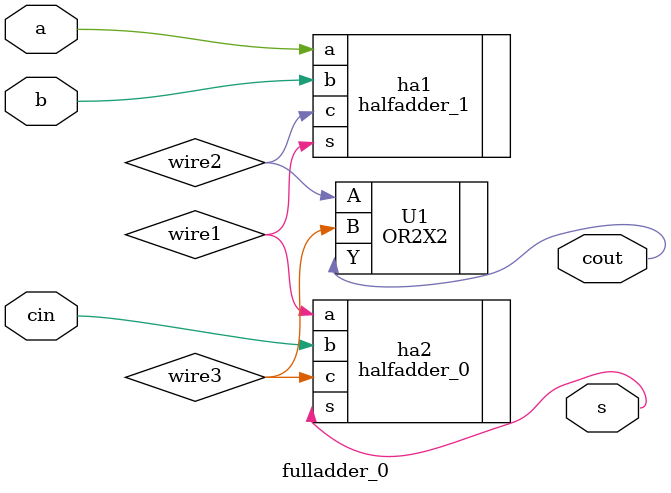
<source format=v>
module fulladder_0 ( s, cout, a, b, cin );
  input a, b, cin;
  output s, cout;
  wire   wire1, wire2, wire3;

  halfadder_1 ha1 ( .s(wire1), .c(wire2), .a(a), .b(b) );
  halfadder_0 ha2 ( .s(s), .c(wire3), .a(wire1), .b(cin) );
  OR2X2 U1 ( .A(wire2), .B(wire3), .Y(cout) );
endmodule

</source>
